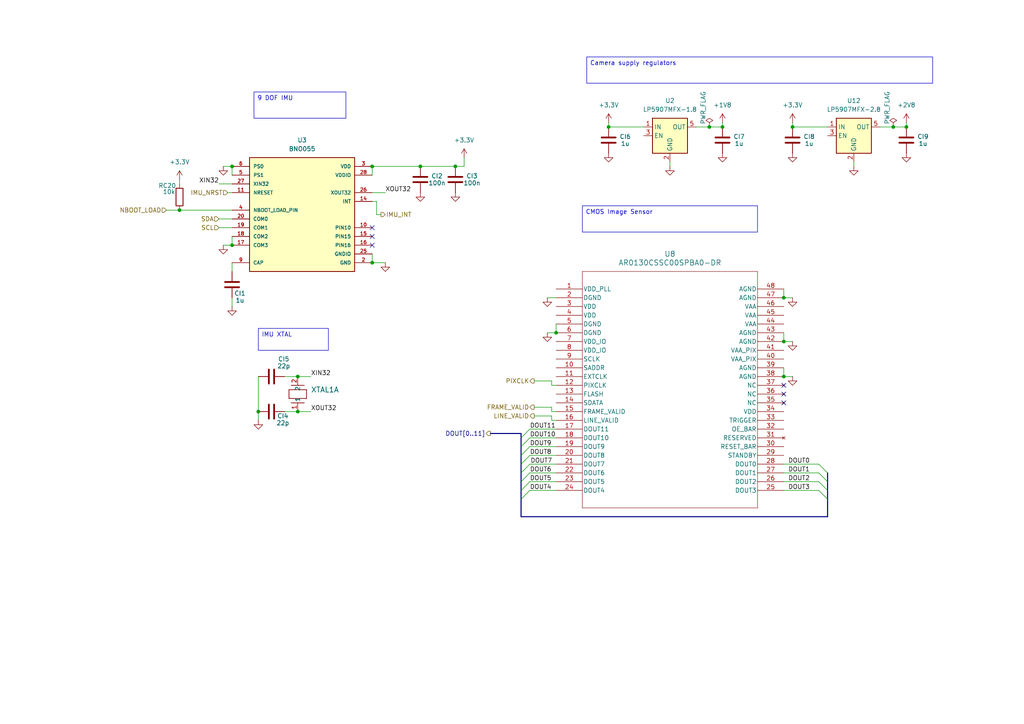
<source format=kicad_sch>
(kicad_sch (version 20231120) (generator "eeschema") (generator_version "8.0")
  (paper "A4")
  (title_block (title "FMU") (date "2024-04-05") (rev "1") (company "Daniel Pérez (steewBSD)") (comment 1 "Flight Management Unit for quadcopter"))
  (lib_symbols
    (symbol "2024-03-27_18-59-10:AR0130CSSC00SPBA0-DR" (pin_names (offset 0.254))
      (property "Reference" "U" (at 33.02 10.16 0))
      (property "Value" "AR0130CSSC00SPBA0-DR" (at 33.02 7.62 0))
      (symbol "AR0130CSSC00SPBA0-DR_0_1"
        (polyline (pts (xy 7.62 -63.5) (xy 58.42 -63.5)) (stroke (width 0.127)))
        (polyline (pts (xy 7.62 5.08) (xy 7.62 -63.5)) (stroke (width 0.127)))
        (polyline (pts (xy 58.42 -63.5) (xy 58.42 5.08)) (stroke (width 0.127)))
        (polyline (pts (xy 58.42 5.08) (xy 7.62 5.08)) (stroke (width 0.127)))
        (pin power_in line (at 0 0 0) (length 7.62) (name "VDD_PLL") (number "1"))
        (pin input line (at 0 -22.86 0) (length 7.62) (name "SADDR") (number "10"))
        (pin input line (at 0 -25.4 0) (length 7.62) (name "EXTCLK") (number "11"))
        (pin output line (at 0 -27.94 0) (length 7.62) (name "PIXCLK") (number "12"))
        (pin output line (at 0 -30.48 0) (length 7.62) (name "FLASH") (number "13"))
        (pin bidirectional line (at 0 -33.02 0) (length 7.62) (name "SDATA") (number "14"))
        (pin output line (at 0 -35.56 0) (length 7.62) (name "FRAME_VALID") (number "15"))
        (pin output line (at 0 -38.1 0) (length 7.62) (name "LINE_VALID") (number "16"))
        (pin output line (at 0 -40.64 0) (length 7.62) (name "DOUT11") (number "17"))
        (pin output line (at 0 -43.18 0) (length 7.62) (name "DOUT10") (number "18"))
        (pin output line (at 0 -45.72 0) (length 7.62) (name "DOUT9") (number "19"))
        (pin power_out line (at 0 -2.54 0) (length 7.62) (name "DGND") (number "2"))
        (pin output line (at 0 -48.26 0) (length 7.62) (name "DOUT8") (number "20"))
        (pin output line (at 0 -50.8 0) (length 7.62) (name "DOUT7") (number "21"))
        (pin output line (at 0 -53.34 0) (length 7.62) (name "DOUT6") (number "22"))
        (pin output line (at 0 -55.88 0) (length 7.62) (name "DOUT5") (number "23"))
        (pin output line (at 0 -58.42 0) (length 7.62) (name "DOUT4") (number "24"))
        (pin output line (at 66.04 -58.42 180) (length 7.62) (name "DOUT3") (number "25"))
        (pin output line (at 66.04 -55.88 180) (length 7.62) (name "DOUT2") (number "26"))
        (pin output line (at 66.04 -53.34 180) (length 7.62) (name "DOUT1") (number "27"))
        (pin output line (at 66.04 -50.8 180) (length 7.62) (name "DOUT0") (number "28"))
        (pin input line (at 66.04 -48.26 180) (length 7.62) (name "STANDBY") (number "29"))
        (pin power_in line (at 0 -5.08 0) (length 7.62) (name "VDD") (number "3"))
        (pin input line (at 66.04 -45.72 180) (length 7.62) (name "RESET_BAR") (number "30"))
        (pin no_connect line (at 66.04 -43.18 180) (length 7.62) (name "RESERVED") (number "31"))
        (pin input line (at 66.04 -40.64 180) (length 7.62) (name "OE_BAR") (number "32"))
        (pin input line (at 66.04 -38.1 180) (length 7.62) (name "TRIGGER") (number "33"))
        (pin power_in line (at 66.04 -35.56 180) (length 7.62) (name "VDD") (number "34"))
        (pin no_connect line (at 66.04 -33.02 180) (length 7.62) (name "NC") (number "35"))
        (pin no_connect line (at 66.04 -30.48 180) (length 7.62) (name "NC") (number "36"))
        (pin no_connect line (at 66.04 -27.94 180) (length 7.62) (name "NC") (number "37"))
        (pin power_out line (at 66.04 -25.4 180) (length 7.62) (name "AGND") (number "38"))
        (pin power_out line (at 66.04 -22.86 180) (length 7.62) (name "AGND") (number "39"))
        (pin power_in line (at 0 -7.62 0) (length 7.62) (name "VDD") (number "4"))
        (pin power_in line (at 66.04 -20.32 180) (length 7.62) (name "VAA_PIX") (number "40"))
        (pin power_in line (at 66.04 -17.78 180) (length 7.62) (name "VAA_PIX") (number "41"))
        (pin power_out line (at 66.04 -15.24 180) (length 7.62) (name "AGND") (number "42"))
        (pin power_out line (at 66.04 -12.7 180) (length 7.62) (name "AGND") (number "43"))
        (pin power_in line (at 66.04 -10.16 180) (length 7.62) (name "VAA") (number "44"))
        (pin power_in line (at 66.04 -7.62 180) (length 7.62) (name "VAA") (number "45"))
        (pin power_in line (at 66.04 -5.08 180) (length 7.62) (name "VAA") (number "46"))
        (pin power_out line (at 66.04 -2.54 180) (length 7.62) (name "AGND") (number "47"))
        (pin power_out line (at 66.04 0 180) (length 7.62) (name "AGND") (number "48"))
        (pin power_out line (at 0 -10.16 0) (length 7.62) (name "DGND") (number "5"))
        (pin power_out line (at 0 -12.7 0) (length 7.62) (name "DGND") (number "6"))
        (pin power_in line (at 0 -15.24 0) (length 7.62) (name "VDD_IO") (number "7"))
        (pin power_in line (at 0 -17.78 0) (length 7.62) (name "VDD_IO") (number "8"))
        (pin input line (at 0 -20.32 0) (length 7.62) (name "SCLK") (number "9"))
      )
    )
    (symbol "2024-04-14_16-25-50:ABS07-32.768KHZ-7-T" (pin_names (offset 0.254))
      (property "Reference" "XTAL" (at 5.08 4.445 0))
      (property "Value" "ABS07-32.768KHZ-7-T" (at 5.08 -4.445 0))
      (symbol "ABS07-32.768KHZ-7-T_1_1"
        (polyline (pts (xy 2.54 -1.905) (xy 2.54 1.905)) (stroke (width 0.2032)))
        (polyline (pts (xy 3.81 -2.54) (xy 3.81 2.54)) (stroke (width 0.2032)))
        (polyline (pts (xy 3.81 2.54) (xy 6.35 2.54)) (stroke (width 0.2032)))
        (polyline (pts (xy 6.35 -2.54) (xy 3.81 -2.54)) (stroke (width 0.2032)))
        (polyline (pts (xy 6.35 2.54) (xy 6.35 -2.54)) (stroke (width 0.2032)))
        (polyline (pts (xy 7.62 -1.905) (xy 7.62 1.905)) (stroke (width 0.2032)))
        (pin unspecified line (at 0 0 0) (length 2.54) (name "1") (number "1"))
        (pin unspecified line (at 10.16 0 180) (length 2.54) (name "2") (number "2"))
      )
      (symbol "ABS07-32.768KHZ-7-T_1_2"
        (polyline (pts (xy -2.54 3.81) (xy -2.54 6.35)) (stroke (width 0.2032)))
        (polyline (pts (xy -2.54 6.35) (xy 2.54 6.35)) (stroke (width 0.2032)))
        (polyline (pts (xy 1.905 2.54) (xy -1.905 2.54)) (stroke (width 0.2032)))
        (polyline (pts (xy 1.905 7.62) (xy -1.905 7.62)) (stroke (width 0.2032)))
        (polyline (pts (xy 2.54 3.81) (xy -2.54 3.81)) (stroke (width 0.2032)))
        (polyline (pts (xy 2.54 6.35) (xy 2.54 3.81)) (stroke (width 0.2032)))
        (pin unspecified line (at 0 0 90) (length 2.54) (name "1") (number "1"))
        (pin unspecified line (at 0 10.16 270) (length 2.54) (name "2") (number "2"))
      )
      (symbol "ABS07-32.768KHZ-7-T_2_1"
        (polyline (pts (xy -2.54 3.81) (xy -2.54 6.35)) (stroke (width 0.2032)))
        (polyline (pts (xy -2.54 6.35) (xy 2.54 6.35)) (stroke (width 0.2032)))
        (polyline (pts (xy 1.905 2.54) (xy -1.905 2.54)) (stroke (width 0.2032)))
        (polyline (pts (xy 1.905 7.62) (xy -1.905 7.62)) (stroke (width 0.2032)))
        (polyline (pts (xy 2.54 3.81) (xy -2.54 3.81)) (stroke (width 0.2032)))
        (polyline (pts (xy 2.54 6.35) (xy 2.54 3.81)) (stroke (width 0.2032)))
      )
      (symbol "ABS07-32.768KHZ-7-T_2_2"
        (polyline (pts (xy -2.54 3.81) (xy -2.54 6.35)) (stroke (width 0.2032)))
        (polyline (pts (xy -2.54 6.35) (xy 2.54 6.35)) (stroke (width 0.2032)))
        (polyline (pts (xy 1.905 2.54) (xy -1.905 2.54)) (stroke (width 0.2032)))
        (polyline (pts (xy 1.905 7.62) (xy -1.905 7.62)) (stroke (width 0.2032)))
        (polyline (pts (xy 2.54 3.81) (xy -2.54 3.81)) (stroke (width 0.2032)))
        (polyline (pts (xy 2.54 6.35) (xy 2.54 3.81)) (stroke (width 0.2032)))
      )
    )
    (symbol "BNO055:BNO055" (pin_names (offset 1.016))
      (property "Reference" "U" (at -14.7397 15.7562 0))
      (property "Value" "BNO055" (at -14.7607 -19.5962 0))
      (symbol "BNO055_0_0"
        (rectangle (start -15.24 -17.78) (end 15.24 15.24) (stroke (width 0.254)) (fill (type background)))
        (pin power_in line (at 20.32 -5.08 180) (length 5.08) (name "PIN10") (number "10"))
        (pin input line (at -20.32 5.08 0) (length 5.08) (name "NRESET") (number "11"))
        (pin output line (at 20.32 2.54 180) (length 5.08) (name "INT") (number "14"))
        (pin power_in line (at 20.32 -7.62 180) (length 5.08) (name "PIN15") (number "15"))
        (pin power_in line (at 20.32 -10.16 180) (length 5.08) (name "PIN16") (number "16"))
        (pin bidirectional line (at -20.32 -10.16 0) (length 5.08) (name "COM3") (number "17"))
        (pin bidirectional line (at -20.32 -7.62 0) (length 5.08) (name "COM2") (number "18"))
        (pin bidirectional line (at -20.32 -5.08 0) (length 5.08) (name "COM1") (number "19"))
        (pin power_in line (at 20.32 -15.24 180) (length 5.08) (name "GND") (number "2"))
        (pin bidirectional line (at -20.32 -2.54 0) (length 5.08) (name "COM0") (number "20"))
        (pin power_in line (at 20.32 -12.7 180) (length 5.08) (name "GNDIO") (number "25"))
        (pin output line (at 20.32 5.08 180) (length 5.08) (name "XOUT32") (number "26"))
        (pin input line (at -20.32 7.62 0) (length 5.08) (name "XIN32") (number "27"))
        (pin power_in line (at 20.32 10.16 180) (length 5.08) (name "VDDIO") (number "28"))
        (pin power_in line (at 20.32 12.7 180) (length 5.08) (name "VDD") (number "3"))
        (pin bidirectional line (at -20.32 0 0) (length 5.08) (name "NBOOT_LOAD_PIN") (number "4"))
        (pin input line (at -20.32 10.16 0) (length 5.08) (name "PS1") (number "5"))
        (pin input line (at -20.32 12.7 0) (length 5.08) (name "PS0") (number "6"))
        (pin passive line (at -20.32 -15.24 0) (length 5.08) (name "CAP") (number "9"))
      )
    )
    (symbol "Device:C" (pin_numbers hide) (pin_names (offset 0.254))
      (property "Reference" "C" (at 0.635 2.54 0))
      (property "Value" "C" (at 0.635 -2.54 0))
      (symbol "C_0_1"
        (polyline (pts (xy -2.032 -0.762) (xy 2.032 -0.762)) (stroke (width 0.508)))
        (polyline (pts (xy -2.032 0.762) (xy 2.032 0.762)) (stroke (width 0.508)))
      )
      (symbol "C_1_1"
        (pin passive line (at 0 3.81 270) (length 2.794) (name "~") (number "1"))
        (pin passive line (at 0 -3.81 90) (length 2.794) (name "~") (number "2"))
      )
    )
    (symbol "Device:R" (pin_numbers hide) (pin_names (offset 0))
      (property "Reference" "R" (at 2.032 0 90))
      (property "Value" "R" (at 0 0 90))
      (symbol "R_0_1"
        (rectangle (start -1.016 -2.54) (end 1.016 2.54) (stroke (width 0.254)))
      )
      (symbol "R_1_1"
        (pin passive line (at 0 3.81 270) (length 1.27) (name "~") (number "1"))
        (pin passive line (at 0 -3.81 90) (length 1.27) (name "~") (number "2"))
      )
    )
    (symbol "Regulator_Linear:LP5907MFX-1.8"
      (property "Reference" "U" (at -3.81 6.35 0))
      (property "Value" "LP5907MFX-1.8" (at 6.35 6.35 0))
      (symbol "LP5907MFX-1.8_0_1"
        (rectangle (start -5.08 -5.08) (end 5.08 5.08) (stroke (width 0.254)) (fill (type background)))
        (pin power_in line (at -7.62 2.54 0) (length 2.54) (name "IN") (number "1"))
        (pin power_in line (at 0 -7.62 90) (length 2.54) (name "GND") (number "2"))
        (pin input line (at -7.62 0 0) (length 2.54) (name "EN") (number "3"))
        (pin no_connect line (at 5.08 0 180) (length 2.54) hide (name "NC") (number "4"))
        (pin power_out line (at 7.62 2.54 180) (length 2.54) (name "OUT") (number "5"))
      )
    )
    (symbol "Regulator_Linear:LP5907MFX-2.8"
      (property "Reference" "U" (at -3.81 6.35 0))
      (property "Value" "LP5907MFX-2.8" (at 6.35 6.35 0))
      (symbol "LP5907MFX-2.8_0_1"
        (rectangle (start -5.08 -5.08) (end 5.08 5.08) (stroke (width 0.254)) (fill (type background)))
        (pin power_in line (at -7.62 2.54 0) (length 2.54) (name "IN") (number "1"))
        (pin power_in line (at 0 -7.62 90) (length 2.54) (name "GND") (number "2"))
        (pin input line (at -7.62 0 0) (length 2.54) (name "EN") (number "3"))
        (pin no_connect line (at 5.08 0 180) (length 2.54) hide (name "NC") (number "4"))
        (pin power_out line (at 7.62 2.54 180) (length 2.54) (name "OUT") (number "5"))
      )
    )
    (symbol "power:+1V8" (power) (pin_numbers hide) (pin_names (offset 0) hide)
      (property "Value" "+1V8" (at 0 3.556 0))
      (symbol "+1V8_0_1"
        (polyline (pts (xy -0.762 1.27) (xy 0 2.54)))
        (polyline (pts (xy 0 0) (xy 0 2.54)))
        (polyline (pts (xy 0 2.54) (xy 0.762 1.27)))
      )
      (symbol "+1V8_1_1"
        (pin power_in line (at 0 0 90) (length 0) (name "~") (number "1"))
      )
    )
    (symbol "power:+2V8" (power) (pin_numbers hide) (pin_names (offset 0) hide)
      (property "Value" "+2V8" (at 0 3.556 0))
      (symbol "+2V8_0_1"
        (polyline (pts (xy -0.762 1.27) (xy 0 2.54)))
        (polyline (pts (xy 0 0) (xy 0 2.54)))
        (polyline (pts (xy 0 2.54) (xy 0.762 1.27)))
      )
      (symbol "+2V8_1_1"
        (pin power_in line (at 0 0 90) (length 0) (name "~") (number "1"))
      )
    )
    (symbol "power:+3.3V" (power) (pin_numbers hide) (pin_names (offset 0) hide)
      (property "Value" "+3.3V" (at 0 3.556 0))
      (symbol "+3.3V_0_1"
        (polyline (pts (xy -0.762 1.27) (xy 0 2.54)))
        (polyline (pts (xy 0 0) (xy 0 2.54)))
        (polyline (pts (xy 0 2.54) (xy 0.762 1.27)))
      )
      (symbol "+3.3V_1_1"
        (pin power_in line (at 0 0 90) (length 0) (name "~") (number "1"))
      )
    )
    (symbol "power:GND" (power) (pin_numbers hide) (pin_names (offset 0) hide)
      (property "Value" "GND" (at 0 -3.81 0))
      (symbol "GND_0_1"
        (polyline (pts (xy 0 0) (xy 0 -1.27) (xy 1.27 -1.27) (xy 0 -2.54) (xy -1.27 -1.27) (xy 0 -1.27)))
      )
      (symbol "GND_1_1"
        (pin power_in line (at 0 0 270) (length 0) (name "~") (number "1"))
      )
    )
    (symbol "power:PWR_FLAG" (power) (pin_numbers hide) (pin_names (offset 0) hide)
      (property "Value" "PWR_FLAG" (at 0 3.81 0))
      (symbol "PWR_FLAG_0_0"
        (pin power_out line (at 0 0 90) (length 0) (name "~") (number "1"))
      )
      (symbol "PWR_FLAG_0_1"
        (polyline (pts (xy 0 0) (xy 0 1.27) (xy -1.016 1.905) (xy 0 2.54) (xy 1.016 1.905) (xy 0 1.27)))
      )
    )
  )
  (junction (at 86.36 119.38))
  (junction (at 176.53 36.83))
  (junction (at 86.36 109.22))
  (junction (at 52.07 60.96))
  (junction (at 229.87 36.83))
  (junction (at 67.31 48.26))
  (junction (at 132.08 48.26))
  (junction (at 262.89 36.83))
  (junction (at 227.33 86.36))
  (junction (at 107.95 76.2))
  (junction (at 227.33 99.06))
  (junction (at 67.31 71.12))
  (junction (at 74.93 119.38))
  (junction (at 107.95 48.26))
  (junction (at 227.33 109.22))
  (junction (at 259.08 36.83))
  (junction (at 161.29 96.52))
  (junction (at 209.55 36.83))
  (junction (at 205.74 36.83))
  (junction (at 121.92 48.26))
  (no_connect (at 227.33 116.84))
  (no_connect (at 107.95 71.12))
  (no_connect (at 227.33 111.76))
  (no_connect (at 107.95 66.04))
  (no_connect (at 107.95 68.58))
  (no_connect (at 227.33 114.3))
  (bus_entry (at 153.67 139.7) (size -2.54 2.54))
  (bus_entry (at 153.67 124.46) (size -2.54 2.54))
  (bus_entry (at 237.49 137.16) (size 2.54 2.54))
  (bus_entry (at 153.67 132.08) (size -2.54 2.54))
  (bus_entry (at 153.67 142.24) (size -2.54 2.54))
  (bus_entry (at 237.49 134.62) (size 2.54 2.54))
  (bus_entry (at 153.67 129.54) (size -2.54 2.54))
  (bus_entry (at 153.67 134.62) (size -2.54 2.54))
  (bus_entry (at 237.49 139.7) (size 2.54 2.54))
  (bus_entry (at 153.67 137.16) (size -2.54 2.54))
  (bus_entry (at 153.67 127) (size -2.54 2.54))
  (bus_entry (at 237.49 142.24) (size 2.54 2.54))
  (bus (pts (xy 151.13 142.24) (xy 151.13 144.78)))
  (wire (pts (xy 134.62 45.72) (xy 134.62 48.26)))
  (wire (pts (xy 107.95 73.66) (xy 107.95 76.2)))
  (bus (pts (xy 240.03 137.16) (xy 240.03 139.7)))
  (wire (pts (xy 67.31 48.26) (xy 67.31 50.8)))
  (wire (pts (xy 229.87 35.56) (xy 229.87 36.83)))
  (wire (pts (xy 67.31 76.2) (xy 67.31 78.74)))
  (wire (pts (xy 160.02 120.65) (xy 160.02 121.92)))
  (wire (pts (xy 52.07 52.07) (xy 52.07 53.34)))
  (wire (pts (xy 63.5 66.04) (xy 67.31 66.04)))
  (bus (pts (xy 151.13 139.7) (xy 151.13 142.24)))
  (wire (pts (xy 160.02 121.92) (xy 161.29 121.92)))
  (wire (pts (xy 107.95 55.88) (xy 111.76 55.88)))
  (wire (pts (xy 227.33 83.82) (xy 227.33 86.36)))
  (wire (pts (xy 48.26 60.96) (xy 52.07 60.96)))
  (wire (pts (xy 64.77 48.26) (xy 67.31 48.26)))
  (wire (pts (xy 66.04 55.88) (xy 67.31 55.88)))
  (bus (pts (xy 240.03 142.24) (xy 240.03 144.78)))
  (wire (pts (xy 107.95 48.26) (xy 107.95 50.8)))
  (wire (pts (xy 259.08 36.83) (xy 262.89 36.83)))
  (wire (pts (xy 121.92 48.26) (xy 132.08 48.26)))
  (wire (pts (xy 194.31 46.99) (xy 194.31 48.26)))
  (wire (pts (xy 227.33 137.16) (xy 237.49 137.16)))
  (wire (pts (xy 227.33 86.36) (xy 229.87 86.36)))
  (wire (pts (xy 201.93 36.83) (xy 205.74 36.83)))
  (wire (pts (xy 154.94 120.65) (xy 160.02 120.65)))
  (wire (pts (xy 161.29 119.38) (xy 160.02 119.38)))
  (bus (pts (xy 151.13 127) (xy 151.13 129.54)))
  (wire (pts (xy 227.33 142.24) (xy 237.49 142.24)))
  (bus (pts (xy 240.03 139.7) (xy 240.03 142.24)))
  (wire (pts (xy 153.67 142.24) (xy 161.29 142.24)))
  (wire (pts (xy 176.53 35.56) (xy 176.53 36.83)))
  (wire (pts (xy 209.55 35.56) (xy 209.55 36.83)))
  (wire (pts (xy 227.33 134.62) (xy 237.49 134.62)))
  (wire (pts (xy 74.93 109.22) (xy 74.93 119.38)))
  (wire (pts (xy 86.36 109.22) (xy 90.17 109.22)))
  (wire (pts (xy 82.55 119.38) (xy 86.36 119.38)))
  (wire (pts (xy 153.67 127) (xy 161.29 127)))
  (bus (pts (xy 142.24 125.73) (xy 151.13 125.73)))
  (wire (pts (xy 153.67 124.46) (xy 161.29 124.46)))
  (wire (pts (xy 160.02 118.11) (xy 154.94 118.11)))
  (wire (pts (xy 255.27 36.83) (xy 259.08 36.83)))
  (wire (pts (xy 63.5 53.34) (xy 67.31 53.34)))
  (wire (pts (xy 153.67 139.7) (xy 161.29 139.7)))
  (wire (pts (xy 107.95 76.2) (xy 111.76 76.2)))
  (wire (pts (xy 63.5 63.5) (xy 67.31 63.5)))
  (wire (pts (xy 161.29 93.98) (xy 161.29 96.52)))
  (wire (pts (xy 161.29 111.76) (xy 160.02 111.76)))
  (wire (pts (xy 227.33 139.7) (xy 237.49 139.7)))
  (bus (pts (xy 151.13 127) (xy 151.13 125.73)))
  (wire (pts (xy 82.55 109.22) (xy 86.36 109.22)))
  (wire (pts (xy 176.53 36.83) (xy 186.69 36.83)))
  (wire (pts (xy 153.67 134.62) (xy 161.29 134.62)))
  (wire (pts (xy 247.65 46.99) (xy 247.65 48.26)))
  (wire (pts (xy 227.33 96.52) (xy 227.33 99.06)))
  (wire (pts (xy 160.02 119.38) (xy 160.02 118.11)))
  (wire (pts (xy 153.67 129.54) (xy 161.29 129.54)))
  (bus (pts (xy 151.13 132.08) (xy 151.13 134.62)))
  (bus (pts (xy 151.13 134.62) (xy 151.13 137.16)))
  (wire (pts (xy 109.22 62.23) (xy 110.49 62.23)))
  (wire (pts (xy 229.87 36.83) (xy 240.03 36.83)))
  (wire (pts (xy 107.95 48.26) (xy 121.92 48.26)))
  (bus (pts (xy 151.13 149.86) (xy 240.03 149.86)))
  (wire (pts (xy 67.31 68.58) (xy 67.31 71.12)))
  (wire (pts (xy 153.67 137.16) (xy 161.29 137.16)))
  (wire (pts (xy 227.33 99.06) (xy 229.87 99.06)))
  (wire (pts (xy 86.36 119.38) (xy 90.17 119.38)))
  (wire (pts (xy 158.75 96.52) (xy 161.29 96.52)))
  (bus (pts (xy 240.03 149.86) (xy 240.03 144.78)))
  (wire (pts (xy 52.07 60.96) (xy 67.31 60.96)))
  (bus (pts (xy 151.13 137.16) (xy 151.13 139.7)))
  (wire (pts (xy 160.02 110.49) (xy 154.94 110.49)))
  (wire (pts (xy 160.02 111.76) (xy 160.02 110.49)))
  (wire (pts (xy 227.33 109.22) (xy 229.87 109.22)))
  (wire (pts (xy 67.31 86.36) (xy 67.31 88.9)))
  (bus (pts (xy 151.13 149.86) (xy 151.13 144.78)))
  (wire (pts (xy 134.62 48.26) (xy 132.08 48.26)))
  (wire (pts (xy 262.89 35.56) (xy 262.89 36.83)))
  (wire (pts (xy 64.77 71.12) (xy 67.31 71.12)))
  (wire (pts (xy 109.22 62.23) (xy 109.22 58.42)))
  (bus (pts (xy 151.13 129.54) (xy 151.13 132.08)))
  (wire (pts (xy 227.33 106.68) (xy 227.33 109.22)))
  (wire (pts (xy 109.22 58.42) (xy 107.95 58.42)))
  (wire (pts (xy 205.74 36.83) (xy 209.55 36.83)))
  (wire (pts (xy 158.75 86.36) (xy 161.29 86.36)))
  (wire (pts (xy 74.93 119.38) (xy 74.93 121.92)))
  (wire (pts (xy 153.67 132.08) (xy 161.29 132.08)))
  (text_box "Camera supply regulators" (at 170.18 16.51 0) (size 100.33 7.62) (effects (font (size 1.27 1.27)) (justify left top)))
  (text_box "CMOS Image Sensor" (at 168.91 59.69 0) (size 50.8 7.62) (effects (font (size 1.27 1.27)) (justify left top)))
  (text_box "IMU XTAL" (at 74.93 95.25 0) (size 20.32 6.35) (effects (font (size 1.27 1.27)) (justify left top)))
  (text_box "9 DOF IMU" (at 73.66 26.67 0) (size 26.67 7.62) (effects (font (size 1.27 1.27)) (justify left top)))
  (label "XOUT32" (at 111.76 55.88 0))
  (label "DOUT0" (at 228.6 134.62 0))
  (label "DOUT10" (at 153.67 127 0))
  (label "XIN32" (at 63.5 53.34 180))
  (label "DOUT5" (at 153.67 139.7 0))
  (label "DOUT6" (at 153.67 137.16 0))
  (label "XIN32" (at 90.17 109.22 0))
  (label "DOUT2" (at 228.6 139.7 0))
  (label "DOUT3" (at 228.6 142.24 0))
  (label "DOUT1" (at 228.6 137.16 0))
  (label "XOUT32" (at 90.17 119.38 0))
  (label "DOUT9" (at 153.67 129.54 0))
  (label "DOUT4" (at 153.67 142.24 0))
  (label "DOUT8" (at 153.67 132.08 0))
  (label "DOUT11" (at 153.67 124.46 0))
  (label "DOUT7" (at 153.8496 134.62 0))
  (hierarchical_label "FRAME_VALID" (shape output) (at 154.94 118.11 180))
  (hierarchical_label "NBOOT_LOAD" (shape input) (at 48.26 60.96 180))
  (hierarchical_label "SCL" (shape input) (at 63.5 66.04 180))
  (hierarchical_label "SDA" (shape input) (at 63.5 63.5 180))
  (hierarchical_label "DOUT[0..11]" (shape output) (at 142.24 125.73 180))
  (hierarchical_label "PIXCLK" (shape output) (at 154.94 110.49 180))
  (hierarchical_label "IMU_INT" (shape output) (at 110.49 62.23 0))
  (hierarchical_label "LINE_VALID" (shape output) (at 154.94 120.65 180))
  (hierarchical_label "IMU_NRST" (shape input) (at 66.04 55.88 180))
  (symbol (lib_id "power:+3.3V") (at 176.53 35.56 0) (unit 1)
    (property "Reference" "#PWR0119" (effects (hide yes)))
    (property "Value" "+3.3V" (at 176.53 30.48 0))
    (property "Description" "Power symbol creates a global label with name \"+3.3V\"" (effects (hide yes)))
  )
  (symbol (lib_id "power:GND") (at 64.77 71.12 0) (unit 1)
    (property "Reference" "#PWR086" (effects (hide yes)))
    (property "Value" "GND" (effects (hide yes)))
    (property "Description" "Power symbol creates a global label with name \"GND\" , ground" (effects (hide yes)))
  )
  (symbol (lib_id "power:GND") (at 176.53 44.45 0) (unit 1)
    (property "Reference" "#PWR02" (effects (hide yes)))
    (property "Value" "GND" (effects (hide yes)))
    (property "Description" "Power symbol creates a global label with name \"GND\" , ground" (effects (hide yes)))
  )
  (symbol (lib_id "power:GND") (at 67.31 88.9 0) (unit 1)
    (property "Reference" "#PWR084" (effects (hide yes)))
    (property "Value" "GND" (effects (hide yes)))
    (property "Description" "Power symbol creates a global label with name \"GND\" , ground" (effects (hide yes)))
  )
  (symbol (lib_id "power:GND") (at 158.75 86.36 0) (unit 1)
    (property "Reference" "#PWR090" (effects (hide yes)))
    (property "Value" "GND" (effects (hide yes)))
    (property "Description" "Power symbol creates a global label with name \"GND\" , ground" (effects (hide yes)))
  )
  (symbol (lib_id "power:GND") (at 229.87 86.36 0) (unit 1)
    (property "Reference" "#PWR096" (effects (hide yes)))
    (property "Value" "GND" (effects (hide yes)))
    (property "Description" "Power symbol creates a global label with name \"GND\" , ground" (effects (hide yes)))
  )
  (symbol (lib_id "Device:C") (at 229.87 40.64 180) (unit 1)
    (property "Reference" "CI8" (at 234.696 39.624 0))
    (property "Value" "1u" (at 234.696 41.656 0))
    (property "Footprint" "Capacitor_SMD:C_0603_1608Metric" (effects (hide yes)))
    (property "Description" "Supply capacitor" (effects (hide yes)))
    (property "Type" "X5R" (effects (hide yes)))
  )
  (symbol (lib_id "2024-04-14_16-25-50:ABS07-32.768KHZ-7-T") (at 86.36 119.38 90) (unit 1)
    (property "Reference" "XTAL1" (at 90.17 113.0299 90) (effects (font (size 1.524 1.524)) (justify right)))
    (property "Value" "ABS07-32.768KHZ-7-T" (effects (hide yes)))
    (property "Footprint" "XTAL_ABS07-32.768KHZ-7-T_ABR" (effects (hide yes)))
    (property "Datasheet" "ABS07-32.768KHZ-7-T" (effects (hide yes)))
  )
  (symbol (lib_id "power:+3.3V") (at 229.87 35.56 0) (unit 1)
    (property "Reference" "#PWR0120" (effects (hide yes)))
    (property "Value" "+3.3V" (at 229.87 30.48 0))
    (property "Description" "Power symbol creates a global label with name \"+3.3V\"" (effects (hide yes)))
  )
  (symbol (lib_id "power:+3.3V") (at 52.07 52.07 0) (unit 1)
    (property "Reference" "#PWR082" (effects (hide yes)))
    (property "Value" "+3.3V" (at 52.07 46.99 0))
    (property "Description" "Power symbol creates a global label with name \"+3.3V\"" (effects (hide yes)))
  )
  (symbol (lib_id "power:+3.3V") (at 134.62 45.72 0) (unit 1)
    (property "Reference" "#PWR081" (effects (hide yes)))
    (property "Value" "+3.3V" (at 134.62 40.64 0))
    (property "Description" "Power symbol creates a global label with name \"+3.3V\"" (effects (hide yes)))
  )
  (symbol (lib_id "power:GND") (at 74.93 121.92 0) (unit 1)
    (property "Reference" "#PWR089" (effects (hide yes)))
    (property "Value" "GND" (effects (hide yes)))
    (property "Description" "Power symbol creates a global label with name \"GND\" , ground" (effects (hide yes)))
  )
  (symbol (lib_id "Device:C") (at 262.89 40.64 180) (unit 1)
    (property "Reference" "CI9" (at 267.716 39.624 0))
    (property "Value" "1u" (at 267.716 41.656 0))
    (property "Footprint" "Capacitor_SMD:C_0603_1608Metric" (effects (hide yes)))
    (property "Description" "Supply capacitor" (effects (hide yes)))
    (property "Type" "X5R" (effects (hide yes)))
  )
  (symbol (lib_id "Device:C") (at 121.92 52.07 180) (unit 1)
    (property "Reference" "CI2" (at 126.746 51.054 0))
    (property "Value" "100n" (at 126.746 53.086 0))
    (property "Footprint" "Capacitor_SMD:C_0603_1608Metric" (effects (hide yes)))
    (property "Description" "Supply capacitor" (effects (hide yes)))
    (property "Type" "X5R" (effects (hide yes)))
  )
  (symbol (lib_id "power:PWR_FLAG") (at 205.74 36.83 0) (unit 1)
    (property "Reference" "#FLG02" (effects (hide yes)))
    (property "Value" "PWR_FLAG" (at 203.962 31.242 90))
    (property "Description" "Special symbol for telling ERC where power comes from" (effects (hide yes)))
  )
  (symbol (lib_id "Device:C") (at 176.53 40.64 180) (unit 1)
    (property "Reference" "CI6" (at 181.356 39.624 0))
    (property "Value" "1u" (at 181.356 41.656 0))
    (property "Footprint" "Capacitor_SMD:C_0603_1608Metric" (effects (hide yes)))
    (property "Description" "Supply capacitor" (effects (hide yes)))
    (property "Type" "X5R" (effects (hide yes)))
  )
  (symbol (lib_id "power:GND") (at 229.87 44.45 0) (unit 1)
    (property "Reference" "#PWR014" (effects (hide yes)))
    (property "Value" "GND" (effects (hide yes)))
    (property "Description" "Power symbol creates a global label with name \"GND\" , ground" (effects (hide yes)))
  )
  (symbol (lib_id "2024-03-27_18-59-10:AR0130CSSC00SPBA0-DR") (at 161.29 83.82 0) (unit 1)
    (property "Reference" "U8" (at 194.31 73.66 0) (effects (font (size 1.524 1.524))))
    (property "Value" "AR0130CSSC00SPBA0-DR" (at 194.31 76.2 0) (effects (font (size 1.524 1.524))))
    (property "Footprint" "PLCC48_776AL_OSI" (effects (hide yes)))
    (property "Datasheet" "AR0130CSSC00SPBA0-DR" (effects (hide yes)))
  )
  (symbol (lib_id "Device:C") (at 132.08 52.07 180) (unit 1)
    (property "Reference" "CI3" (at 136.906 51.054 0))
    (property "Value" "100n" (at 136.906 53.086 0))
    (property "Footprint" "Capacitor_SMD:C_0603_1608Metric" (effects (hide yes)))
    (property "Description" "Supply capacitor" (effects (hide yes)))
    (property "Type" "X5R" (effects (hide yes)))
  )
  (symbol (lib_id "power:GND") (at 158.75 96.52 0) (unit 1)
    (property "Reference" "#PWR092" (effects (hide yes)))
    (property "Value" "GND" (effects (hide yes)))
    (property "Description" "Power symbol creates a global label with name \"GND\" , ground" (effects (hide yes)))
  )
  (symbol (lib_id "Device:C") (at 67.31 82.55 180) (unit 1)
    (property "Reference" "CI1" (at 69.596 85.09 0))
    (property "Value" "1u" (at 69.596 87.122 0))
    (property "Footprint" "Capacitor_SMD:C_0603_1608Metric" (effects (hide yes)))
    (property "Description" "Capacitor" (effects (hide yes)))
    (property "Type" "X5R" (effects (hide yes)))
  )
  (symbol (lib_id "power:PWR_FLAG") (at 259.08 36.83 0) (unit 1)
    (property "Reference" "#FLG03" (effects (hide yes)))
    (property "Value" "PWR_FLAG" (at 257.302 31.242 90))
    (property "Description" "Special symbol for telling ERC where power comes from" (effects (hide yes)))
  )
  (symbol (lib_id "power:GND") (at 121.92 55.88 0) (unit 1)
    (property "Reference" "#PWR088" (effects (hide yes)))
    (property "Value" "GND" (effects (hide yes)))
    (property "Description" "Power symbol creates a global label with name \"GND\" , ground" (effects (hide yes)))
  )
  (symbol (lib_id "power:GND") (at 111.76 76.2 0) (unit 1)
    (property "Reference" "#PWR083" (effects (hide yes)))
    (property "Value" "GND" (effects (hide yes)))
    (property "Description" "Power symbol creates a global label with name \"GND\" , ground" (effects (hide yes)))
  )
  (symbol (lib_id "power:+2V8") (at 262.89 35.56 0) (unit 1)
    (property "Reference" "#PWR0122" (effects (hide yes)))
    (property "Value" "+2V8" (at 262.89 30.48 0))
    (property "Description" "Power symbol creates a global label with name \"+2V8\"" (effects (hide yes)))
  )
  (symbol (lib_id "power:+1V8") (at 209.55 35.56 0) (unit 1)
    (property "Reference" "#PWR0121" (effects (hide yes)))
    (property "Value" "+1V8" (at 209.55 30.48 0))
    (property "Description" "Power symbol creates a global label with name \"+1V8\"" (effects (hide yes)))
  )
  (symbol (lib_id "power:GND") (at 247.65 48.26 0) (unit 1)
    (property "Reference" "#PWR010" (effects (hide yes)))
    (property "Value" "GND" (effects (hide yes)))
    (property "Description" "Power symbol creates a global label with name \"GND\" , ground" (effects (hide yes)))
  )
  (symbol (lib_id "power:GND") (at 209.55 44.45 0) (unit 1)
    (property "Reference" "#PWR03" (effects (hide yes)))
    (property "Value" "GND" (effects (hide yes)))
    (property "Description" "Power symbol creates a global label with name \"GND\" , ground" (effects (hide yes)))
  )
  (symbol (lib_id "power:GND") (at 229.87 99.06 0) (unit 1)
    (property "Reference" "#PWR095" (effects (hide yes)))
    (property "Value" "GND" (effects (hide yes)))
    (property "Description" "Power symbol creates a global label with name \"GND\" , ground" (effects (hide yes)))
  )
  (symbol (lib_id "Device:C") (at 78.74 119.38 270) (unit 1)
    (property "Reference" "CI4" (at 82.042 120.65 90))
    (property "Value" "22p" (at 82.042 122.682 90))
    (property "Footprint" "Capacitor_SMD:C_0603_1608Metric" (effects (hide yes)))
    (property "Description" "Crystal capacitor" (effects (hide yes)))
    (property "Type" "X5R" (effects (hide yes)))
  )
  (symbol (lib_id "power:GND") (at 229.87 109.22 0) (unit 1)
    (property "Reference" "#PWR094" (effects (hide yes)))
    (property "Value" "GND" (effects (hide yes)))
    (property "Description" "Power symbol creates a global label with name \"GND\" , ground" (effects (hide yes)))
  )
  (symbol (lib_id "Device:R") (at 52.07 57.15 0) (unit 1)
    (property "Reference" "RC20" (at 48.514 53.848 0))
    (property "Value" "10k" (at 49.022 55.626 0))
    (property "Footprint" "Resistor_SMD:R_0603_1608Metric" (effects (hide yes)))
    (property "Description" "Resistor" (effects (hide yes)))
  )
  (symbol (lib_id "Device:C") (at 78.74 109.22 270) (unit 1)
    (property "Reference" "CI5" (at 82.296 104.14 90))
    (property "Value" "22p" (at 82.296 106.172 90))
    (property "Footprint" "Capacitor_SMD:C_0603_1608Metric" (effects (hide yes)))
    (property "Description" "Crystal capacitor" (effects (hide yes)))
    (property "Type" "X5R" (effects (hide yes)))
  )
  (symbol (lib_id "power:GND") (at 194.31 48.26 0) (unit 1)
    (property "Reference" "#PWR04" (effects (hide yes)))
    (property "Value" "GND" (effects (hide yes)))
    (property "Description" "Power symbol creates a global label with name \"GND\" , ground" (effects (hide yes)))
  )
  (symbol (lib_id "power:GND") (at 64.77 48.26 0) (unit 1)
    (property "Reference" "#PWR085" (effects (hide yes)))
    (property "Value" "GND" (effects (hide yes)))
    (property "Description" "Power symbol creates a global label with name \"GND\" , ground" (effects (hide yes)))
  )
  (symbol (lib_id "Regulator_Linear:LP5907MFX-1.8") (at 194.31 39.37 0) (unit 1)
    (property "Reference" "U2" (at 194.31 29.21 0))
    (property "Value" "LP5907MFX-1.8" (at 194.31 31.75 0))
    (property "Footprint" "Package_TO_SOT_SMD:SOT-23-5" (effects (hide yes)))
    (property "Datasheet" "http://www.ti.com/lit/ds/symlink/lp5907.pdf" (effects (hide yes)))
    (property "Description" "250-mA Ultra-Low-Noise Low-IQ LDO, 1.8V, SOT-23" (effects (hide yes)))
  )
  (symbol (lib_id "Regulator_Linear:LP5907MFX-2.8") (at 247.65 39.37 0) (unit 1)
    (property "Reference" "U12" (at 247.65 29.21 0))
    (property "Value" "LP5907MFX-2.8" (at 247.65 31.75 0))
    (property "Footprint" "Package_TO_SOT_SMD:SOT-23-5" (effects (hide yes)))
    (property "Datasheet" "http://www.ti.com/lit/ds/symlink/lp5907.pdf" (effects (hide yes)))
    (property "Description" "250-mA Ultra-Low-Noise Low-IQ LDO, 2.8V, SOT-23" (effects (hide yes)))
  )
  (symbol (lib_id "power:GND") (at 262.89 44.45 0) (unit 1)
    (property "Reference" "#PWR015" (effects (hide yes)))
    (property "Value" "GND" (effects (hide yes)))
    (property "Description" "Power symbol creates a global label with name \"GND\" , ground" (effects (hide yes)))
  )
  (symbol (lib_id "power:GND") (at 132.08 55.88 0) (unit 1)
    (property "Reference" "#PWR087" (effects (hide yes)))
    (property "Value" "GND" (effects (hide yes)))
    (property "Description" "Power symbol creates a global label with name \"GND\" , ground" (effects (hide yes)))
  )
  (symbol (lib_id "Device:C") (at 209.55 40.64 180) (unit 1)
    (property "Reference" "CI7" (at 214.376 39.624 0))
    (property "Value" "1u" (at 214.376 41.656 0))
    (property "Footprint" "Capacitor_SMD:C_0603_1608Metric" (effects (hide yes)))
    (property "Description" "Supply capacitor" (effects (hide yes)))
    (property "Type" "X5R" (effects (hide yes)))
  )
  (symbol (lib_id "BNO055:BNO055") (at 87.63 60.96 0) (unit 1)
    (property "Reference" "U3" (at 87.63 40.64 0))
    (property "Value" "BNO055" (at 87.63 43.18 0))
    (property "Footprint" "BNO055:LGA28R50P4X10_380X520X100" (effects (hide yes)))
    (property "MF" "Bosch" (effects (hide yes)))
    (property "Description_1" "\nBNO055 series Accelerometer, Gyroscope, Magnetometer, 3 Axis Sensor Evaluation Board\n" (effects (hide yes)))
    (property "Package" "LGA-28 Bosch" (effects (hide yes)))
    (property "Price" "None" (effects (hide yes)))
    (property "Check_prices" "https://www.snapeda.com/parts/BNO055/Bosch+Sensortec/view-part/?ref=eda" (effects (hide yes)))
    (property "SnapEDA_Link" "https://www.snapeda.com/parts/BNO055/Bosch+Sensortec/view-part/?ref=snap" (effects (hide yes)))
    (property "MP" "BNO055" (effects (hide yes)))
    (property "Availability" "In Stock" (effects (hide yes)))
    (property "MANUFACTURER" "BOSCH" (effects (hide yes)))
  )
)
</source>
